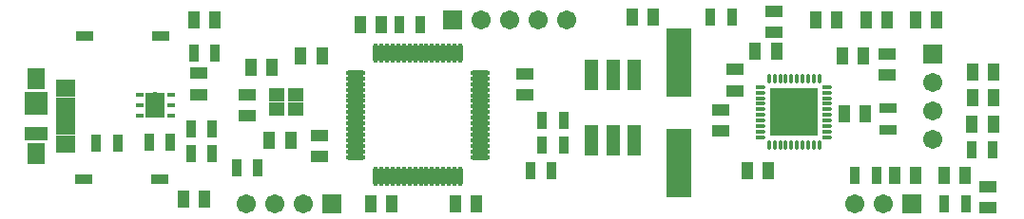
<source format=gts>
G04 Layer_Color=8388736*
%FSLAX25Y25*%
%MOIN*%
G70*
G01*
G75*
%ADD22R,0.05905X0.03543*%
%ADD45R,0.16942X0.16942*%
%ADD46O,0.03359X0.01587*%
%ADD47O,0.01587X0.03359*%
%ADD48R,0.04343X0.05918*%
%ADD49R,0.03556X0.05918*%
%ADD50R,0.05918X0.03556*%
%ADD51R,0.05131X0.11036*%
%ADD52R,0.05918X0.04343*%
%ADD53R,0.05524X0.04737*%
%ADD54O,0.01784X0.06902*%
%ADD55O,0.06902X0.01784*%
%ADD56R,0.02762X0.01778*%
%ADD57R,0.06699X0.08668*%
%ADD58R,0.08674X0.24422*%
%ADD59R,0.05905X0.07283*%
%ADD60R,0.08268X0.07874*%
%ADD61R,0.06614X0.02559*%
%ADD62R,0.06890X0.06398*%
%ADD63R,0.08268X0.04724*%
%ADD64R,0.06706X0.06706*%
%ADD65C,0.06706*%
%ADD66R,0.06706X0.06706*%
%ADD67C,0.02768*%
D22*
X328543Y250984D02*
D03*
X355315D02*
D03*
X355807Y301378D02*
D03*
X329035D02*
D03*
D45*
X577756Y274508D02*
D03*
D46*
X589468Y283366D02*
D03*
Y281398D02*
D03*
Y279429D02*
D03*
Y277461D02*
D03*
Y275492D02*
D03*
Y273524D02*
D03*
Y271555D02*
D03*
Y269587D02*
D03*
Y267618D02*
D03*
Y265650D02*
D03*
X566043D02*
D03*
Y267618D02*
D03*
Y269587D02*
D03*
Y271555D02*
D03*
Y273524D02*
D03*
Y275492D02*
D03*
Y277461D02*
D03*
Y279429D02*
D03*
Y281398D02*
D03*
Y283366D02*
D03*
D47*
X586614Y262795D02*
D03*
X584646D02*
D03*
X582677D02*
D03*
X580709D02*
D03*
X578740D02*
D03*
X576772D02*
D03*
X574803D02*
D03*
X572835D02*
D03*
X570866D02*
D03*
X568898D02*
D03*
Y286221D02*
D03*
X570866D02*
D03*
X572835D02*
D03*
X574803D02*
D03*
X576772D02*
D03*
X578740D02*
D03*
X580709D02*
D03*
X582677D02*
D03*
X584646D02*
D03*
X586614D02*
D03*
D48*
X612992Y252284D02*
D03*
X620472D02*
D03*
X458858Y242126D02*
D03*
X466339D02*
D03*
X429331D02*
D03*
X436811D02*
D03*
X433063Y305118D02*
D03*
X425583D02*
D03*
X404724Y294291D02*
D03*
X412205D02*
D03*
X394685Y290354D02*
D03*
X387205D02*
D03*
X367323Y307087D02*
D03*
X374803D02*
D03*
X371063Y244094D02*
D03*
X363583D02*
D03*
X393701Y264764D02*
D03*
X401181D02*
D03*
X568701Y253937D02*
D03*
X561221D02*
D03*
X564075Y296063D02*
D03*
X571555D02*
D03*
X602756Y273819D02*
D03*
X595276D02*
D03*
X594488Y294291D02*
D03*
X601968D02*
D03*
X647638Y288484D02*
D03*
X640158D02*
D03*
X585236Y306890D02*
D03*
X592717D02*
D03*
X610335Y306988D02*
D03*
X602854D02*
D03*
X630217Y252284D02*
D03*
X637697D02*
D03*
X647539Y270374D02*
D03*
X640059D02*
D03*
X647736Y279626D02*
D03*
X640256D02*
D03*
X528445Y308071D02*
D03*
X520965D02*
D03*
X620276Y306890D02*
D03*
X627756D02*
D03*
D49*
X599016Y252362D02*
D03*
X606496D02*
D03*
X446654Y305118D02*
D03*
X439173D02*
D03*
X374803Y295284D02*
D03*
X367323D02*
D03*
X389764Y254921D02*
D03*
X382283D02*
D03*
X333071Y263484D02*
D03*
X340551D02*
D03*
X351575Y263779D02*
D03*
X359055D02*
D03*
X366339Y268701D02*
D03*
X373819D02*
D03*
X366339Y259842D02*
D03*
X373819D02*
D03*
X489370Y271654D02*
D03*
X496850D02*
D03*
X489370Y262795D02*
D03*
X496850D02*
D03*
X485236Y253937D02*
D03*
X492717D02*
D03*
X637894Y242126D02*
D03*
X630413D02*
D03*
X647441Y261221D02*
D03*
X639961D02*
D03*
X548425Y307776D02*
D03*
X555905D02*
D03*
D50*
X610728Y275787D02*
D03*
Y268307D02*
D03*
D51*
X506693Y264469D02*
D03*
X514173D02*
D03*
X521654D02*
D03*
Y287697D02*
D03*
X514173D02*
D03*
X506693D02*
D03*
D52*
X483268Y287992D02*
D03*
Y280512D02*
D03*
X411417Y266339D02*
D03*
Y258858D02*
D03*
X385827Y273228D02*
D03*
Y280709D02*
D03*
X369094D02*
D03*
Y288189D02*
D03*
X551870Y275295D02*
D03*
Y267815D02*
D03*
X570628Y302559D02*
D03*
Y310039D02*
D03*
X557087Y281980D02*
D03*
Y289460D02*
D03*
X610236Y287598D02*
D03*
Y295079D02*
D03*
X645669Y240945D02*
D03*
Y248425D02*
D03*
D53*
X396260Y280709D02*
D03*
X402953D02*
D03*
Y275590D02*
D03*
X396260D02*
D03*
D54*
X431102Y295276D02*
D03*
X433071D02*
D03*
X435039D02*
D03*
X437008D02*
D03*
X438976D02*
D03*
X440945D02*
D03*
X442913D02*
D03*
X444882D02*
D03*
X446850D02*
D03*
X448819D02*
D03*
X450787D02*
D03*
X452756D02*
D03*
X454724D02*
D03*
X456693D02*
D03*
X458661D02*
D03*
X460630D02*
D03*
Y251772D02*
D03*
X458661D02*
D03*
X456693D02*
D03*
X454724D02*
D03*
X452756D02*
D03*
X450787D02*
D03*
X448819D02*
D03*
X446850D02*
D03*
X444882D02*
D03*
X442913D02*
D03*
X440945D02*
D03*
X438976D02*
D03*
X437008D02*
D03*
X435039D02*
D03*
X433071D02*
D03*
X431102D02*
D03*
D55*
X467618Y288287D02*
D03*
Y286319D02*
D03*
Y284350D02*
D03*
Y282382D02*
D03*
Y280413D02*
D03*
Y278445D02*
D03*
Y276476D02*
D03*
Y274508D02*
D03*
Y272539D02*
D03*
Y270571D02*
D03*
Y268602D02*
D03*
Y266634D02*
D03*
Y264665D02*
D03*
Y262697D02*
D03*
Y260728D02*
D03*
Y258760D02*
D03*
X424114D02*
D03*
Y260728D02*
D03*
Y262697D02*
D03*
Y264665D02*
D03*
Y266634D02*
D03*
Y268602D02*
D03*
Y270571D02*
D03*
Y272539D02*
D03*
Y274508D02*
D03*
Y276476D02*
D03*
Y278445D02*
D03*
Y280413D02*
D03*
Y282382D02*
D03*
Y284350D02*
D03*
Y286319D02*
D03*
Y288287D02*
D03*
D56*
X348228Y280709D02*
D03*
Y276969D02*
D03*
Y273228D02*
D03*
X359252D02*
D03*
Y276969D02*
D03*
Y280709D02*
D03*
D57*
X353740Y276969D02*
D03*
D58*
X537402Y291995D02*
D03*
Y256561D02*
D03*
D59*
X312008Y259842D02*
D03*
Y286417D02*
D03*
D60*
Y277658D02*
D03*
D61*
X322441Y270571D02*
D03*
Y268012D02*
D03*
Y273130D02*
D03*
Y275689D02*
D03*
Y278248D02*
D03*
D62*
X322284Y263327D02*
D03*
Y282933D02*
D03*
D63*
X312008Y267028D02*
D03*
D64*
X415512Y242126D02*
D03*
X458032Y307087D02*
D03*
X618858Y242126D02*
D03*
D65*
X405512D02*
D03*
X395512D02*
D03*
X385512D02*
D03*
X468032Y307087D02*
D03*
X478031D02*
D03*
X488031D02*
D03*
X498032D02*
D03*
X598858Y242126D02*
D03*
X608858D02*
D03*
X626476Y285039D02*
D03*
Y275039D02*
D03*
Y265039D02*
D03*
D66*
Y295039D02*
D03*
D67*
X571260Y268012D02*
D03*
Y272342D02*
D03*
Y276673D02*
D03*
Y281004D02*
D03*
X575591Y268012D02*
D03*
Y272342D02*
D03*
Y276673D02*
D03*
Y281004D02*
D03*
X579921Y268012D02*
D03*
Y272342D02*
D03*
Y276673D02*
D03*
Y281004D02*
D03*
X584252Y268012D02*
D03*
Y272342D02*
D03*
Y276673D02*
D03*
Y281004D02*
D03*
X353740Y273819D02*
D03*
X355709Y276969D02*
D03*
X353740Y280118D02*
D03*
X351772Y276969D02*
D03*
M02*

</source>
